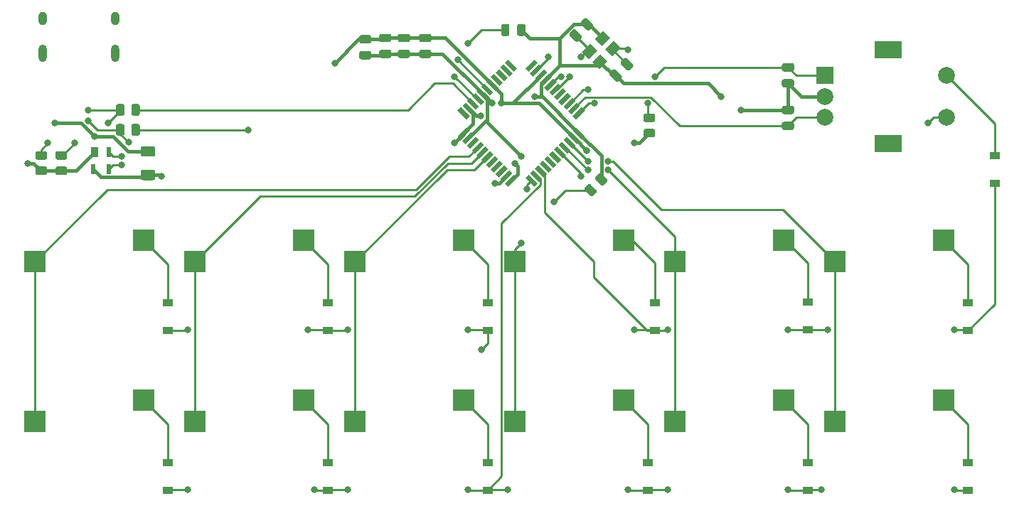
<source format=gbr>
%TF.GenerationSoftware,KiCad,Pcbnew,(5.1.9)-1*%
%TF.CreationDate,2021-03-22T08:17:26-07:00*%
%TF.ProjectId,millipad,6d696c6c-6970-4616-942e-6b696361645f,rev?*%
%TF.SameCoordinates,Original*%
%TF.FileFunction,Copper,L2,Bot*%
%TF.FilePolarity,Positive*%
%FSLAX46Y46*%
G04 Gerber Fmt 4.6, Leading zero omitted, Abs format (unit mm)*
G04 Created by KiCad (PCBNEW (5.1.9)-1) date 2021-03-22 08:17:26*
%MOMM*%
%LPD*%
G01*
G04 APERTURE LIST*
%TA.AperFunction,SMDPad,CuDef*%
%ADD10C,0.100000*%
%TD*%
%TA.AperFunction,ComponentPad*%
%ADD11O,1.000000X2.100000*%
%TD*%
%TA.AperFunction,ComponentPad*%
%ADD12O,1.000000X1.600000*%
%TD*%
%TA.AperFunction,SMDPad,CuDef*%
%ADD13R,0.482600X1.168400*%
%TD*%
%TA.AperFunction,SMDPad,CuDef*%
%ADD14R,0.889000X1.168400*%
%TD*%
%TA.AperFunction,ComponentPad*%
%ADD15C,2.000000*%
%TD*%
%TA.AperFunction,ComponentPad*%
%ADD16R,3.200000X2.000000*%
%TD*%
%TA.AperFunction,ComponentPad*%
%ADD17R,2.000000X2.000000*%
%TD*%
%TA.AperFunction,SMDPad,CuDef*%
%ADD18R,2.550000X2.500000*%
%TD*%
%TA.AperFunction,SMDPad,CuDef*%
%ADD19R,1.200000X0.900000*%
%TD*%
%TA.AperFunction,ViaPad*%
%ADD20C,0.800000*%
%TD*%
%TA.AperFunction,Conductor*%
%ADD21C,0.381000*%
%TD*%
%TA.AperFunction,Conductor*%
%ADD22C,0.254000*%
%TD*%
G04 APERTURE END LIST*
%TO.P,C1,2*%
%TO.N,GND*%
%TA.AperFunction,SMDPad,CuDef*%
G36*
G01*
X120651250Y-45376250D02*
X121601250Y-45376250D01*
G75*
G02*
X121851250Y-45626250I0J-250000D01*
G01*
X121851250Y-46126250D01*
G75*
G02*
X121601250Y-46376250I-250000J0D01*
G01*
X120651250Y-46376250D01*
G75*
G02*
X120401250Y-46126250I0J250000D01*
G01*
X120401250Y-45626250D01*
G75*
G02*
X120651250Y-45376250I250000J0D01*
G01*
G37*
%TD.AperFunction*%
%TO.P,C1,1*%
%TO.N,+5V*%
%TA.AperFunction,SMDPad,CuDef*%
G36*
G01*
X120651250Y-43476250D02*
X121601250Y-43476250D01*
G75*
G02*
X121851250Y-43726250I0J-250000D01*
G01*
X121851250Y-44226250D01*
G75*
G02*
X121601250Y-44476250I-250000J0D01*
G01*
X120651250Y-44476250D01*
G75*
G02*
X120401250Y-44226250I0J250000D01*
G01*
X120401250Y-43726250D01*
G75*
G02*
X120651250Y-43476250I250000J0D01*
G01*
G37*
%TD.AperFunction*%
%TD*%
%TA.AperFunction,SMDPad,CuDef*%
D10*
%TO.P,Y1,4*%
%TO.N,GND*%
G36*
X149472488Y-42945653D02*
G01*
X150321016Y-43794181D01*
X149331066Y-44784131D01*
X148482538Y-43935603D01*
X149472488Y-42945653D01*
G37*
%TD.AperFunction*%
%TA.AperFunction,SMDPad,CuDef*%
%TO.P,Y1,3*%
%TO.N,Net-(C5-Pad1)*%
G36*
X147916853Y-44501288D02*
G01*
X148765381Y-45349816D01*
X147775431Y-46339766D01*
X146926903Y-45491238D01*
X147916853Y-44501288D01*
G37*
%TD.AperFunction*%
%TA.AperFunction,SMDPad,CuDef*%
%TO.P,Y1,2*%
%TO.N,GND*%
G36*
X149118934Y-45703369D02*
G01*
X149967462Y-46551897D01*
X148977512Y-47541847D01*
X148128984Y-46693319D01*
X149118934Y-45703369D01*
G37*
%TD.AperFunction*%
%TA.AperFunction,SMDPad,CuDef*%
%TO.P,Y1,1*%
%TO.N,Net-(C4-Pad1)*%
G36*
X150674569Y-44147734D02*
G01*
X151523097Y-44996262D01*
X150533147Y-45986212D01*
X149684619Y-45137684D01*
X150674569Y-44147734D01*
G37*
%TD.AperFunction*%
%TD*%
D11*
%TO.P,USB1,13*%
%TO.N,GND*%
X91315000Y-45673750D03*
X82675000Y-45673750D03*
D12*
X91315000Y-41493750D03*
X82675000Y-41493750D03*
%TD*%
D13*
%TO.P,U2,4*%
%TO.N,+5V*%
X88696799Y-59436000D03*
%TO.P,U2,3*%
%TO.N,D-*%
X90596801Y-59436000D03*
%TO.P,U2,2*%
%TO.N,D+*%
X90596800Y-57404000D03*
D14*
%TO.P,U2,1*%
%TO.N,GND*%
X88900000Y-57404000D03*
%TD*%
%TA.AperFunction,SMDPad,CuDef*%
D10*
%TO.P,U1,44*%
%TO.N,+5V*%
G36*
X133176940Y-54452298D02*
G01*
X133565848Y-54841206D01*
X132505188Y-55901866D01*
X132116280Y-55512958D01*
X133176940Y-54452298D01*
G37*
%TD.AperFunction*%
%TA.AperFunction,SMDPad,CuDef*%
%TO.P,U1,43*%
%TO.N,GND*%
G36*
X133742626Y-55017983D02*
G01*
X134131534Y-55406891D01*
X133070874Y-56467551D01*
X132681966Y-56078643D01*
X133742626Y-55017983D01*
G37*
%TD.AperFunction*%
%TA.AperFunction,SMDPad,CuDef*%
%TO.P,U1,42*%
%TO.N,Net-(U1-Pad42)*%
G36*
X134308311Y-55583668D02*
G01*
X134697219Y-55972576D01*
X133636559Y-57033236D01*
X133247651Y-56644328D01*
X134308311Y-55583668D01*
G37*
%TD.AperFunction*%
%TA.AperFunction,SMDPad,CuDef*%
%TO.P,U1,41*%
%TO.N,COL0*%
G36*
X134873996Y-56149354D02*
G01*
X135262904Y-56538262D01*
X134202244Y-57598922D01*
X133813336Y-57210014D01*
X134873996Y-56149354D01*
G37*
%TD.AperFunction*%
%TA.AperFunction,SMDPad,CuDef*%
%TO.P,U1,40*%
%TO.N,COL1*%
G36*
X135439682Y-56715039D02*
G01*
X135828590Y-57103947D01*
X134767930Y-58164607D01*
X134379022Y-57775699D01*
X135439682Y-56715039D01*
G37*
%TD.AperFunction*%
%TA.AperFunction,SMDPad,CuDef*%
%TO.P,U1,39*%
%TO.N,COL2*%
G36*
X136005367Y-57280725D02*
G01*
X136394275Y-57669633D01*
X135333615Y-58730293D01*
X134944707Y-58341385D01*
X136005367Y-57280725D01*
G37*
%TD.AperFunction*%
%TA.AperFunction,SMDPad,CuDef*%
%TO.P,U1,38*%
%TO.N,Net-(U1-Pad38)*%
G36*
X136571053Y-57846410D02*
G01*
X136959961Y-58235318D01*
X135899301Y-59295978D01*
X135510393Y-58907070D01*
X136571053Y-57846410D01*
G37*
%TD.AperFunction*%
%TA.AperFunction,SMDPad,CuDef*%
%TO.P,U1,37*%
%TO.N,Net-(U1-Pad37)*%
G36*
X137136738Y-58412096D02*
G01*
X137525646Y-58801004D01*
X136464986Y-59861664D01*
X136076078Y-59472756D01*
X137136738Y-58412096D01*
G37*
%TD.AperFunction*%
%TA.AperFunction,SMDPad,CuDef*%
%TO.P,U1,36*%
%TO.N,Net-(U1-Pad36)*%
G36*
X137702424Y-58977781D02*
G01*
X138091332Y-59366689D01*
X137030672Y-60427349D01*
X136641764Y-60038441D01*
X137702424Y-58977781D01*
G37*
%TD.AperFunction*%
%TA.AperFunction,SMDPad,CuDef*%
%TO.P,U1,35*%
%TO.N,GND*%
G36*
X138268109Y-59543466D02*
G01*
X138657017Y-59932374D01*
X137596357Y-60993034D01*
X137207449Y-60604126D01*
X138268109Y-59543466D01*
G37*
%TD.AperFunction*%
%TA.AperFunction,SMDPad,CuDef*%
%TO.P,U1,34*%
%TO.N,+5V*%
G36*
X138833794Y-60109152D02*
G01*
X139222702Y-60498060D01*
X138162042Y-61558720D01*
X137773134Y-61169812D01*
X138833794Y-60109152D01*
G37*
%TD.AperFunction*%
%TA.AperFunction,SMDPad,CuDef*%
%TO.P,U1,33*%
%TO.N,Net-(R4-Pad2)*%
G36*
X140177298Y-60498060D02*
G01*
X140566206Y-60109152D01*
X141626866Y-61169812D01*
X141237958Y-61558720D01*
X140177298Y-60498060D01*
G37*
%TD.AperFunction*%
%TA.AperFunction,SMDPad,CuDef*%
%TO.P,U1,32*%
%TO.N,ROW1*%
G36*
X140742983Y-59932374D02*
G01*
X141131891Y-59543466D01*
X142192551Y-60604126D01*
X141803643Y-60993034D01*
X140742983Y-59932374D01*
G37*
%TD.AperFunction*%
%TA.AperFunction,SMDPad,CuDef*%
%TO.P,U1,31*%
%TO.N,ROW0*%
G36*
X141308668Y-59366689D02*
G01*
X141697576Y-58977781D01*
X142758236Y-60038441D01*
X142369328Y-60427349D01*
X141308668Y-59366689D01*
G37*
%TD.AperFunction*%
%TA.AperFunction,SMDPad,CuDef*%
%TO.P,U1,30*%
%TO.N,Net-(U1-Pad30)*%
G36*
X141874354Y-58801004D02*
G01*
X142263262Y-58412096D01*
X143323922Y-59472756D01*
X142935014Y-59861664D01*
X141874354Y-58801004D01*
G37*
%TD.AperFunction*%
%TA.AperFunction,SMDPad,CuDef*%
%TO.P,U1,29*%
%TO.N,Net-(U1-Pad29)*%
G36*
X142440039Y-58235318D02*
G01*
X142828947Y-57846410D01*
X143889607Y-58907070D01*
X143500699Y-59295978D01*
X142440039Y-58235318D01*
G37*
%TD.AperFunction*%
%TA.AperFunction,SMDPad,CuDef*%
%TO.P,U1,28*%
%TO.N,Net-(U1-Pad28)*%
G36*
X143005725Y-57669633D02*
G01*
X143394633Y-57280725D01*
X144455293Y-58341385D01*
X144066385Y-58730293D01*
X143005725Y-57669633D01*
G37*
%TD.AperFunction*%
%TA.AperFunction,SMDPad,CuDef*%
%TO.P,U1,27*%
%TO.N,COL3*%
G36*
X143571410Y-57103947D02*
G01*
X143960318Y-56715039D01*
X145020978Y-57775699D01*
X144632070Y-58164607D01*
X143571410Y-57103947D01*
G37*
%TD.AperFunction*%
%TA.AperFunction,SMDPad,CuDef*%
%TO.P,U1,26*%
%TO.N,COL4*%
G36*
X144137096Y-56538262D02*
G01*
X144526004Y-56149354D01*
X145586664Y-57210014D01*
X145197756Y-57598922D01*
X144137096Y-56538262D01*
G37*
%TD.AperFunction*%
%TA.AperFunction,SMDPad,CuDef*%
%TO.P,U1,25*%
%TO.N,COL5*%
G36*
X144702781Y-55972576D02*
G01*
X145091689Y-55583668D01*
X146152349Y-56644328D01*
X145763441Y-57033236D01*
X144702781Y-55972576D01*
G37*
%TD.AperFunction*%
%TA.AperFunction,SMDPad,CuDef*%
%TO.P,U1,24*%
%TO.N,+5V*%
G36*
X145268466Y-55406891D02*
G01*
X145657374Y-55017983D01*
X146718034Y-56078643D01*
X146329126Y-56467551D01*
X145268466Y-55406891D01*
G37*
%TD.AperFunction*%
%TA.AperFunction,SMDPad,CuDef*%
%TO.P,U1,23*%
%TO.N,GND*%
G36*
X145834152Y-54841206D02*
G01*
X146223060Y-54452298D01*
X147283720Y-55512958D01*
X146894812Y-55901866D01*
X145834152Y-54841206D01*
G37*
%TD.AperFunction*%
%TA.AperFunction,SMDPad,CuDef*%
%TO.P,U1,22*%
%TO.N,COL6*%
G36*
X146894812Y-52048134D02*
G01*
X147283720Y-52437042D01*
X146223060Y-53497702D01*
X145834152Y-53108794D01*
X146894812Y-52048134D01*
G37*
%TD.AperFunction*%
%TA.AperFunction,SMDPad,CuDef*%
%TO.P,U1,21*%
%TO.N,ENC_B*%
G36*
X146329126Y-51482449D02*
G01*
X146718034Y-51871357D01*
X145657374Y-52932017D01*
X145268466Y-52543109D01*
X146329126Y-51482449D01*
G37*
%TD.AperFunction*%
%TA.AperFunction,SMDPad,CuDef*%
%TO.P,U1,20*%
%TO.N,ENC_A*%
G36*
X145763441Y-50916764D02*
G01*
X146152349Y-51305672D01*
X145091689Y-52366332D01*
X144702781Y-51977424D01*
X145763441Y-50916764D01*
G37*
%TD.AperFunction*%
%TA.AperFunction,SMDPad,CuDef*%
%TO.P,U1,19*%
%TO.N,Net-(U1-Pad19)*%
G36*
X145197756Y-50351078D02*
G01*
X145586664Y-50739986D01*
X144526004Y-51800646D01*
X144137096Y-51411738D01*
X145197756Y-50351078D01*
G37*
%TD.AperFunction*%
%TA.AperFunction,SMDPad,CuDef*%
%TO.P,U1,18*%
%TO.N,Net-(U1-Pad18)*%
G36*
X144632070Y-49785393D02*
G01*
X145020978Y-50174301D01*
X143960318Y-51234961D01*
X143571410Y-50846053D01*
X144632070Y-49785393D01*
G37*
%TD.AperFunction*%
%TA.AperFunction,SMDPad,CuDef*%
%TO.P,U1,17*%
%TO.N,Net-(C4-Pad1)*%
G36*
X144066385Y-49219707D02*
G01*
X144455293Y-49608615D01*
X143394633Y-50669275D01*
X143005725Y-50280367D01*
X144066385Y-49219707D01*
G37*
%TD.AperFunction*%
%TA.AperFunction,SMDPad,CuDef*%
%TO.P,U1,16*%
%TO.N,Net-(C5-Pad1)*%
G36*
X143500699Y-48654022D02*
G01*
X143889607Y-49042930D01*
X142828947Y-50103590D01*
X142440039Y-49714682D01*
X143500699Y-48654022D01*
G37*
%TD.AperFunction*%
%TA.AperFunction,SMDPad,CuDef*%
%TO.P,U1,15*%
%TO.N,GND*%
G36*
X142935014Y-48088336D02*
G01*
X143323922Y-48477244D01*
X142263262Y-49537904D01*
X141874354Y-49148996D01*
X142935014Y-48088336D01*
G37*
%TD.AperFunction*%
%TA.AperFunction,SMDPad,CuDef*%
%TO.P,U1,14*%
%TO.N,+5V*%
G36*
X142369328Y-47522651D02*
G01*
X142758236Y-47911559D01*
X141697576Y-48972219D01*
X141308668Y-48583311D01*
X142369328Y-47522651D01*
G37*
%TD.AperFunction*%
%TA.AperFunction,SMDPad,CuDef*%
%TO.P,U1,13*%
%TO.N,Net-(R3-Pad2)*%
G36*
X141803643Y-46956966D02*
G01*
X142192551Y-47345874D01*
X141131891Y-48406534D01*
X140742983Y-48017626D01*
X141803643Y-46956966D01*
G37*
%TD.AperFunction*%
%TA.AperFunction,SMDPad,CuDef*%
%TO.P,U1,12*%
%TO.N,Net-(U1-Pad12)*%
G36*
X141237958Y-46391280D02*
G01*
X141626866Y-46780188D01*
X140566206Y-47840848D01*
X140177298Y-47451940D01*
X141237958Y-46391280D01*
G37*
%TD.AperFunction*%
%TA.AperFunction,SMDPad,CuDef*%
%TO.P,U1,11*%
%TO.N,Net-(U1-Pad11)*%
G36*
X137773134Y-46780188D02*
G01*
X138162042Y-46391280D01*
X139222702Y-47451940D01*
X138833794Y-47840848D01*
X137773134Y-46780188D01*
G37*
%TD.AperFunction*%
%TA.AperFunction,SMDPad,CuDef*%
%TO.P,U1,10*%
%TO.N,Net-(U1-Pad10)*%
G36*
X137207449Y-47345874D02*
G01*
X137596357Y-46956966D01*
X138657017Y-48017626D01*
X138268109Y-48406534D01*
X137207449Y-47345874D01*
G37*
%TD.AperFunction*%
%TA.AperFunction,SMDPad,CuDef*%
%TO.P,U1,9*%
%TO.N,Net-(U1-Pad9)*%
G36*
X136641764Y-47911559D02*
G01*
X137030672Y-47522651D01*
X138091332Y-48583311D01*
X137702424Y-48972219D01*
X136641764Y-47911559D01*
G37*
%TD.AperFunction*%
%TA.AperFunction,SMDPad,CuDef*%
%TO.P,U1,8*%
%TO.N,Net-(U1-Pad8)*%
G36*
X136076078Y-48477244D02*
G01*
X136464986Y-48088336D01*
X137525646Y-49148996D01*
X137136738Y-49537904D01*
X136076078Y-48477244D01*
G37*
%TD.AperFunction*%
%TA.AperFunction,SMDPad,CuDef*%
%TO.P,U1,7*%
%TO.N,+5V*%
G36*
X135510393Y-49042930D02*
G01*
X135899301Y-48654022D01*
X136959961Y-49714682D01*
X136571053Y-50103590D01*
X135510393Y-49042930D01*
G37*
%TD.AperFunction*%
%TA.AperFunction,SMDPad,CuDef*%
%TO.P,U1,6*%
%TO.N,Net-(C7-Pad1)*%
G36*
X134944707Y-49608615D02*
G01*
X135333615Y-49219707D01*
X136394275Y-50280367D01*
X136005367Y-50669275D01*
X134944707Y-49608615D01*
G37*
%TD.AperFunction*%
%TA.AperFunction,SMDPad,CuDef*%
%TO.P,U1,5*%
%TO.N,GND*%
G36*
X134379022Y-50174301D02*
G01*
X134767930Y-49785393D01*
X135828590Y-50846053D01*
X135439682Y-51234961D01*
X134379022Y-50174301D01*
G37*
%TD.AperFunction*%
%TA.AperFunction,SMDPad,CuDef*%
%TO.P,U1,4*%
%TO.N,Net-(R2-Pad1)*%
G36*
X133813336Y-50739986D02*
G01*
X134202244Y-50351078D01*
X135262904Y-51411738D01*
X134873996Y-51800646D01*
X133813336Y-50739986D01*
G37*
%TD.AperFunction*%
%TA.AperFunction,SMDPad,CuDef*%
%TO.P,U1,3*%
%TO.N,Net-(R1-Pad1)*%
G36*
X133247651Y-51305672D02*
G01*
X133636559Y-50916764D01*
X134697219Y-51977424D01*
X134308311Y-52366332D01*
X133247651Y-51305672D01*
G37*
%TD.AperFunction*%
%TA.AperFunction,SMDPad,CuDef*%
%TO.P,U1,2*%
%TO.N,+5V*%
G36*
X132681966Y-51871357D02*
G01*
X133070874Y-51482449D01*
X134131534Y-52543109D01*
X133742626Y-52932017D01*
X132681966Y-51871357D01*
G37*
%TD.AperFunction*%
%TA.AperFunction,SMDPad,CuDef*%
%TO.P,U1,1*%
%TO.N,Net-(U1-Pad1)*%
G36*
X132116280Y-52437042D02*
G01*
X132505188Y-52048134D01*
X133565848Y-53108794D01*
X133176940Y-53497702D01*
X132116280Y-52437042D01*
G37*
%TD.AperFunction*%
%TD*%
D15*
%TO.P,SW2,S1*%
%TO.N,COL6*%
X190356250Y-53300000D03*
%TO.P,SW2,S2*%
%TO.N,Net-(D13-Pad2)*%
X190356250Y-48300000D03*
D16*
%TO.P,SW2,MP*%
%TO.N,N/C*%
X183356250Y-56400000D03*
X183356250Y-45200000D03*
D15*
%TO.P,SW2,B*%
%TO.N,ENC_B*%
X175856250Y-53300000D03*
%TO.P,SW2,C*%
%TO.N,GND*%
X175856250Y-50800000D03*
D17*
%TO.P,SW2,A*%
%TO.N,ENC_A*%
X175856250Y-48300000D03*
%TD*%
%TO.P,R6,2*%
%TO.N,GND*%
%TA.AperFunction,SMDPad,CuDef*%
G36*
G01*
X84481249Y-59137500D02*
X85381251Y-59137500D01*
G75*
G02*
X85631250Y-59387499I0J-249999D01*
G01*
X85631250Y-59912501D01*
G75*
G02*
X85381251Y-60162500I-249999J0D01*
G01*
X84481249Y-60162500D01*
G75*
G02*
X84231250Y-59912501I0J249999D01*
G01*
X84231250Y-59387499D01*
G75*
G02*
X84481249Y-59137500I249999J0D01*
G01*
G37*
%TD.AperFunction*%
%TO.P,R6,1*%
%TO.N,Net-(R6-Pad1)*%
%TA.AperFunction,SMDPad,CuDef*%
G36*
G01*
X84481249Y-57312500D02*
X85381251Y-57312500D01*
G75*
G02*
X85631250Y-57562499I0J-249999D01*
G01*
X85631250Y-58087501D01*
G75*
G02*
X85381251Y-58337500I-249999J0D01*
G01*
X84481249Y-58337500D01*
G75*
G02*
X84231250Y-58087501I0J249999D01*
G01*
X84231250Y-57562499D01*
G75*
G02*
X84481249Y-57312500I249999J0D01*
G01*
G37*
%TD.AperFunction*%
%TD*%
%TO.P,R5,2*%
%TO.N,GND*%
%TA.AperFunction,SMDPad,CuDef*%
G36*
G01*
X82099999Y-59137500D02*
X83000001Y-59137500D01*
G75*
G02*
X83250000Y-59387499I0J-249999D01*
G01*
X83250000Y-59912501D01*
G75*
G02*
X83000001Y-60162500I-249999J0D01*
G01*
X82099999Y-60162500D01*
G75*
G02*
X81850000Y-59912501I0J249999D01*
G01*
X81850000Y-59387499D01*
G75*
G02*
X82099999Y-59137500I249999J0D01*
G01*
G37*
%TD.AperFunction*%
%TO.P,R5,1*%
%TO.N,Net-(R5-Pad1)*%
%TA.AperFunction,SMDPad,CuDef*%
G36*
G01*
X82099999Y-57312500D02*
X83000001Y-57312500D01*
G75*
G02*
X83250000Y-57562499I0J-249999D01*
G01*
X83250000Y-58087501D01*
G75*
G02*
X83000001Y-58337500I-249999J0D01*
G01*
X82099999Y-58337500D01*
G75*
G02*
X81850000Y-58087501I0J249999D01*
G01*
X81850000Y-57562499D01*
G75*
G02*
X82099999Y-57312500I249999J0D01*
G01*
G37*
%TD.AperFunction*%
%TD*%
%TO.P,R4,2*%
%TO.N,Net-(R4-Pad2)*%
%TA.AperFunction,SMDPad,CuDef*%
G36*
G01*
X147988958Y-61282144D02*
X148625356Y-61918542D01*
G75*
G02*
X148625356Y-62272094I-176776J-176776D01*
G01*
X148254124Y-62643326D01*
G75*
G02*
X147900572Y-62643326I-176776J176776D01*
G01*
X147264174Y-62006928D01*
G75*
G02*
X147264174Y-61653376I176776J176776D01*
G01*
X147635406Y-61282144D01*
G75*
G02*
X147988958Y-61282144I176776J-176776D01*
G01*
G37*
%TD.AperFunction*%
%TO.P,R4,1*%
%TO.N,GND*%
%TA.AperFunction,SMDPad,CuDef*%
G36*
G01*
X149279428Y-59991674D02*
X149915826Y-60628072D01*
G75*
G02*
X149915826Y-60981624I-176776J-176776D01*
G01*
X149544594Y-61352856D01*
G75*
G02*
X149191042Y-61352856I-176776J176776D01*
G01*
X148554644Y-60716458D01*
G75*
G02*
X148554644Y-60362906I176776J176776D01*
G01*
X148925876Y-59991674D01*
G75*
G02*
X149279428Y-59991674I176776J-176776D01*
G01*
G37*
%TD.AperFunction*%
%TD*%
%TO.P,R3,2*%
%TO.N,Net-(R3-Pad2)*%
%TA.AperFunction,SMDPad,CuDef*%
G36*
G01*
X155390001Y-53852500D02*
X154489999Y-53852500D01*
G75*
G02*
X154240000Y-53602501I0J249999D01*
G01*
X154240000Y-53077499D01*
G75*
G02*
X154489999Y-52827500I249999J0D01*
G01*
X155390001Y-52827500D01*
G75*
G02*
X155640000Y-53077499I0J-249999D01*
G01*
X155640000Y-53602501D01*
G75*
G02*
X155390001Y-53852500I-249999J0D01*
G01*
G37*
%TD.AperFunction*%
%TO.P,R3,1*%
%TO.N,+5V*%
%TA.AperFunction,SMDPad,CuDef*%
G36*
G01*
X155390001Y-55677500D02*
X154489999Y-55677500D01*
G75*
G02*
X154240000Y-55427501I0J249999D01*
G01*
X154240000Y-54902499D01*
G75*
G02*
X154489999Y-54652500I249999J0D01*
G01*
X155390001Y-54652500D01*
G75*
G02*
X155640000Y-54902499I0J-249999D01*
G01*
X155640000Y-55427501D01*
G75*
G02*
X155390001Y-55677500I-249999J0D01*
G01*
G37*
%TD.AperFunction*%
%TD*%
%TO.P,R2,2*%
%TO.N,D+*%
%TA.AperFunction,SMDPad,CuDef*%
G36*
G01*
X92468750Y-54318749D02*
X92468750Y-55218751D01*
G75*
G02*
X92218751Y-55468750I-249999J0D01*
G01*
X91693749Y-55468750D01*
G75*
G02*
X91443750Y-55218751I0J249999D01*
G01*
X91443750Y-54318749D01*
G75*
G02*
X91693749Y-54068750I249999J0D01*
G01*
X92218751Y-54068750D01*
G75*
G02*
X92468750Y-54318749I0J-249999D01*
G01*
G37*
%TD.AperFunction*%
%TO.P,R2,1*%
%TO.N,Net-(R2-Pad1)*%
%TA.AperFunction,SMDPad,CuDef*%
G36*
G01*
X94293750Y-54318749D02*
X94293750Y-55218751D01*
G75*
G02*
X94043751Y-55468750I-249999J0D01*
G01*
X93518749Y-55468750D01*
G75*
G02*
X93268750Y-55218751I0J249999D01*
G01*
X93268750Y-54318749D01*
G75*
G02*
X93518749Y-54068750I249999J0D01*
G01*
X94043751Y-54068750D01*
G75*
G02*
X94293750Y-54318749I0J-249999D01*
G01*
G37*
%TD.AperFunction*%
%TD*%
%TO.P,R1,2*%
%TO.N,D-*%
%TA.AperFunction,SMDPad,CuDef*%
G36*
G01*
X92468750Y-51937499D02*
X92468750Y-52837501D01*
G75*
G02*
X92218751Y-53087500I-249999J0D01*
G01*
X91693749Y-53087500D01*
G75*
G02*
X91443750Y-52837501I0J249999D01*
G01*
X91443750Y-51937499D01*
G75*
G02*
X91693749Y-51687500I249999J0D01*
G01*
X92218751Y-51687500D01*
G75*
G02*
X92468750Y-51937499I0J-249999D01*
G01*
G37*
%TD.AperFunction*%
%TO.P,R1,1*%
%TO.N,Net-(R1-Pad1)*%
%TA.AperFunction,SMDPad,CuDef*%
G36*
G01*
X94293750Y-51937499D02*
X94293750Y-52837501D01*
G75*
G02*
X94043751Y-53087500I-249999J0D01*
G01*
X93518749Y-53087500D01*
G75*
G02*
X93268750Y-52837501I0J249999D01*
G01*
X93268750Y-51937499D01*
G75*
G02*
X93518749Y-51687500I249999J0D01*
G01*
X94043751Y-51687500D01*
G75*
G02*
X94293750Y-51937499I0J-249999D01*
G01*
G37*
%TD.AperFunction*%
%TD*%
D18*
%TO.P,MX12,2*%
%TO.N,Net-(D12-Pad2)*%
X189992000Y-86995000D03*
%TO.P,MX12,1*%
%TO.N,COL5*%
X177065000Y-89535000D03*
%TD*%
%TO.P,MX11,2*%
%TO.N,Net-(D11-Pad2)*%
X189992000Y-67945000D03*
%TO.P,MX11,1*%
%TO.N,COL5*%
X177065000Y-70485000D03*
%TD*%
%TO.P,MX10,2*%
%TO.N,Net-(D10-Pad2)*%
X170942000Y-86995000D03*
%TO.P,MX10,1*%
%TO.N,COL4*%
X158015000Y-89535000D03*
%TD*%
%TO.P,MX9,2*%
%TO.N,Net-(D9-Pad2)*%
X170942000Y-67945000D03*
%TO.P,MX9,1*%
%TO.N,COL4*%
X158015000Y-70485000D03*
%TD*%
%TO.P,MX8,2*%
%TO.N,Net-(D8-Pad2)*%
X151892000Y-86995000D03*
%TO.P,MX8,1*%
%TO.N,COL3*%
X138965000Y-89535000D03*
%TD*%
%TO.P,MX7,2*%
%TO.N,Net-(D7-Pad2)*%
X151892000Y-67945000D03*
%TO.P,MX7,1*%
%TO.N,COL3*%
X138965000Y-70485000D03*
%TD*%
%TO.P,MX6,2*%
%TO.N,Net-(D6-Pad2)*%
X132842000Y-86995000D03*
%TO.P,MX6,1*%
%TO.N,COL2*%
X119915000Y-89535000D03*
%TD*%
%TO.P,MX5,2*%
%TO.N,Net-(D5-Pad2)*%
X132842000Y-67945000D03*
%TO.P,MX5,1*%
%TO.N,COL2*%
X119915000Y-70485000D03*
%TD*%
%TO.P,MX4,2*%
%TO.N,Net-(D4-Pad2)*%
X113792000Y-86995000D03*
%TO.P,MX4,1*%
%TO.N,COL1*%
X100865000Y-89535000D03*
%TD*%
%TO.P,MX3,2*%
%TO.N,Net-(D3-Pad2)*%
X113792000Y-67945000D03*
%TO.P,MX3,1*%
%TO.N,COL1*%
X100865000Y-70485000D03*
%TD*%
%TO.P,MX2,2*%
%TO.N,Net-(D2-Pad2)*%
X94742000Y-86995000D03*
%TO.P,MX2,1*%
%TO.N,COL0*%
X81815000Y-89535000D03*
%TD*%
%TO.P,MX1,2*%
%TO.N,Net-(D1-Pad2)*%
X94742000Y-67945000D03*
%TO.P,MX1,1*%
%TO.N,COL0*%
X81815000Y-70485000D03*
%TD*%
%TO.P,F1,2*%
%TO.N,VCC*%
%TA.AperFunction,SMDPad,CuDef*%
G36*
G01*
X95875000Y-57962500D02*
X94625000Y-57962500D01*
G75*
G02*
X94375000Y-57712500I0J250000D01*
G01*
X94375000Y-56962500D01*
G75*
G02*
X94625000Y-56712500I250000J0D01*
G01*
X95875000Y-56712500D01*
G75*
G02*
X96125000Y-56962500I0J-250000D01*
G01*
X96125000Y-57712500D01*
G75*
G02*
X95875000Y-57962500I-250000J0D01*
G01*
G37*
%TD.AperFunction*%
%TO.P,F1,1*%
%TO.N,+5V*%
%TA.AperFunction,SMDPad,CuDef*%
G36*
G01*
X95875000Y-60762500D02*
X94625000Y-60762500D01*
G75*
G02*
X94375000Y-60512500I0J250000D01*
G01*
X94375000Y-59762500D01*
G75*
G02*
X94625000Y-59512500I250000J0D01*
G01*
X95875000Y-59512500D01*
G75*
G02*
X96125000Y-59762500I0J-250000D01*
G01*
X96125000Y-60512500D01*
G75*
G02*
X95875000Y-60762500I-250000J0D01*
G01*
G37*
%TD.AperFunction*%
%TD*%
D19*
%TO.P,D13,2*%
%TO.N,Net-(D13-Pad2)*%
X196056250Y-57881250D03*
%TO.P,D13,1*%
%TO.N,ROW0*%
X196056250Y-61181250D03*
%TD*%
%TO.P,D12,2*%
%TO.N,Net-(D12-Pad2)*%
X192881250Y-94393750D03*
%TO.P,D12,1*%
%TO.N,ROW1*%
X192881250Y-97693750D03*
%TD*%
%TO.P,D11,2*%
%TO.N,Net-(D11-Pad2)*%
X192881250Y-75406250D03*
%TO.P,D11,1*%
%TO.N,ROW0*%
X192881250Y-78706250D03*
%TD*%
%TO.P,D10,2*%
%TO.N,Net-(D10-Pad2)*%
X173831250Y-94393750D03*
%TO.P,D10,1*%
%TO.N,ROW1*%
X173831250Y-97693750D03*
%TD*%
%TO.P,D9,2*%
%TO.N,Net-(D9-Pad2)*%
X173831250Y-75281250D03*
%TO.P,D9,1*%
%TO.N,ROW0*%
X173831250Y-78581250D03*
%TD*%
%TO.P,D8,2*%
%TO.N,Net-(D8-Pad2)*%
X154781250Y-94393750D03*
%TO.P,D8,1*%
%TO.N,ROW1*%
X154781250Y-97693750D03*
%TD*%
%TO.P,D7,2*%
%TO.N,Net-(D7-Pad2)*%
X155575000Y-75343750D03*
%TO.P,D7,1*%
%TO.N,ROW0*%
X155575000Y-78643750D03*
%TD*%
%TO.P,D6,2*%
%TO.N,Net-(D6-Pad2)*%
X135731250Y-94393750D03*
%TO.P,D6,1*%
%TO.N,ROW1*%
X135731250Y-97693750D03*
%TD*%
%TO.P,D5,2*%
%TO.N,Net-(D5-Pad2)*%
X135731250Y-75343750D03*
%TO.P,D5,1*%
%TO.N,ROW0*%
X135731250Y-78643750D03*
%TD*%
%TO.P,D4,2*%
%TO.N,Net-(D4-Pad2)*%
X116681250Y-94393750D03*
%TO.P,D4,1*%
%TO.N,ROW1*%
X116681250Y-97693750D03*
%TD*%
%TO.P,D3,2*%
%TO.N,Net-(D3-Pad2)*%
X116681250Y-75343750D03*
%TO.P,D3,1*%
%TO.N,ROW0*%
X116681250Y-78643750D03*
%TD*%
%TO.P,D2,2*%
%TO.N,Net-(D2-Pad2)*%
X97631250Y-94393750D03*
%TO.P,D2,1*%
%TO.N,ROW1*%
X97631250Y-97693750D03*
%TD*%
%TO.P,D1,2*%
%TO.N,Net-(D1-Pad2)*%
X97631250Y-75343750D03*
%TO.P,D1,1*%
%TO.N,ROW0*%
X97631250Y-78643750D03*
%TD*%
%TO.P,C9,2*%
%TO.N,GND*%
%TA.AperFunction,SMDPad,CuDef*%
G36*
G01*
X171925000Y-52890000D02*
X170975000Y-52890000D01*
G75*
G02*
X170725000Y-52640000I0J250000D01*
G01*
X170725000Y-52140000D01*
G75*
G02*
X170975000Y-51890000I250000J0D01*
G01*
X171925000Y-51890000D01*
G75*
G02*
X172175000Y-52140000I0J-250000D01*
G01*
X172175000Y-52640000D01*
G75*
G02*
X171925000Y-52890000I-250000J0D01*
G01*
G37*
%TD.AperFunction*%
%TO.P,C9,1*%
%TO.N,ENC_B*%
%TA.AperFunction,SMDPad,CuDef*%
G36*
G01*
X171925000Y-54790000D02*
X170975000Y-54790000D01*
G75*
G02*
X170725000Y-54540000I0J250000D01*
G01*
X170725000Y-54040000D01*
G75*
G02*
X170975000Y-53790000I250000J0D01*
G01*
X171925000Y-53790000D01*
G75*
G02*
X172175000Y-54040000I0J-250000D01*
G01*
X172175000Y-54540000D01*
G75*
G02*
X171925000Y-54790000I-250000J0D01*
G01*
G37*
%TD.AperFunction*%
%TD*%
%TO.P,C8,2*%
%TO.N,ENC_A*%
%TA.AperFunction,SMDPad,CuDef*%
G36*
G01*
X171925000Y-47810000D02*
X170975000Y-47810000D01*
G75*
G02*
X170725000Y-47560000I0J250000D01*
G01*
X170725000Y-47060000D01*
G75*
G02*
X170975000Y-46810000I250000J0D01*
G01*
X171925000Y-46810000D01*
G75*
G02*
X172175000Y-47060000I0J-250000D01*
G01*
X172175000Y-47560000D01*
G75*
G02*
X171925000Y-47810000I-250000J0D01*
G01*
G37*
%TD.AperFunction*%
%TO.P,C8,1*%
%TO.N,GND*%
%TA.AperFunction,SMDPad,CuDef*%
G36*
G01*
X171925000Y-49710000D02*
X170975000Y-49710000D01*
G75*
G02*
X170725000Y-49460000I0J250000D01*
G01*
X170725000Y-48960000D01*
G75*
G02*
X170975000Y-48710000I250000J0D01*
G01*
X171925000Y-48710000D01*
G75*
G02*
X172175000Y-48960000I0J-250000D01*
G01*
X172175000Y-49460000D01*
G75*
G02*
X171925000Y-49710000I-250000J0D01*
G01*
G37*
%TD.AperFunction*%
%TD*%
%TO.P,C7,2*%
%TO.N,GND*%
%TA.AperFunction,SMDPad,CuDef*%
G36*
G01*
X139200000Y-43337500D02*
X139200000Y-42387500D01*
G75*
G02*
X139450000Y-42137500I250000J0D01*
G01*
X139950000Y-42137500D01*
G75*
G02*
X140200000Y-42387500I0J-250000D01*
G01*
X140200000Y-43337500D01*
G75*
G02*
X139950000Y-43587500I-250000J0D01*
G01*
X139450000Y-43587500D01*
G75*
G02*
X139200000Y-43337500I0J250000D01*
G01*
G37*
%TD.AperFunction*%
%TO.P,C7,1*%
%TO.N,Net-(C7-Pad1)*%
%TA.AperFunction,SMDPad,CuDef*%
G36*
G01*
X137300000Y-43337500D02*
X137300000Y-42387500D01*
G75*
G02*
X137550000Y-42137500I250000J0D01*
G01*
X138050000Y-42137500D01*
G75*
G02*
X138300000Y-42387500I0J-250000D01*
G01*
X138300000Y-43337500D01*
G75*
G02*
X138050000Y-43587500I-250000J0D01*
G01*
X137550000Y-43587500D01*
G75*
G02*
X137300000Y-43337500I0J250000D01*
G01*
G37*
%TD.AperFunction*%
%TD*%
%TO.P,C6,2*%
%TO.N,GND*%
%TA.AperFunction,SMDPad,CuDef*%
G36*
G01*
X127795000Y-45220000D02*
X128745000Y-45220000D01*
G75*
G02*
X128995000Y-45470000I0J-250000D01*
G01*
X128995000Y-45970000D01*
G75*
G02*
X128745000Y-46220000I-250000J0D01*
G01*
X127795000Y-46220000D01*
G75*
G02*
X127545000Y-45970000I0J250000D01*
G01*
X127545000Y-45470000D01*
G75*
G02*
X127795000Y-45220000I250000J0D01*
G01*
G37*
%TD.AperFunction*%
%TO.P,C6,1*%
%TO.N,+5V*%
%TA.AperFunction,SMDPad,CuDef*%
G36*
G01*
X127795000Y-43320000D02*
X128745000Y-43320000D01*
G75*
G02*
X128995000Y-43570000I0J-250000D01*
G01*
X128995000Y-44070000D01*
G75*
G02*
X128745000Y-44320000I-250000J0D01*
G01*
X127795000Y-44320000D01*
G75*
G02*
X127545000Y-44070000I0J250000D01*
G01*
X127545000Y-43570000D01*
G75*
G02*
X127795000Y-43320000I250000J0D01*
G01*
G37*
%TD.AperFunction*%
%TD*%
%TO.P,C5,2*%
%TO.N,GND*%
%TA.AperFunction,SMDPad,CuDef*%
G36*
G01*
X147497823Y-42880178D02*
X146826072Y-42208427D01*
G75*
G02*
X146826072Y-41854873I176777J176777D01*
G01*
X147179625Y-41501320D01*
G75*
G02*
X147533179Y-41501320I176777J-176777D01*
G01*
X148204930Y-42173071D01*
G75*
G02*
X148204930Y-42526625I-176777J-176777D01*
G01*
X147851377Y-42880178D01*
G75*
G02*
X147497823Y-42880178I-176777J176777D01*
G01*
G37*
%TD.AperFunction*%
%TO.P,C5,1*%
%TO.N,Net-(C5-Pad1)*%
%TA.AperFunction,SMDPad,CuDef*%
G36*
G01*
X146154321Y-44223680D02*
X145482570Y-43551929D01*
G75*
G02*
X145482570Y-43198375I176777J176777D01*
G01*
X145836123Y-42844822D01*
G75*
G02*
X146189677Y-42844822I176777J-176777D01*
G01*
X146861428Y-43516573D01*
G75*
G02*
X146861428Y-43870127I-176777J-176777D01*
G01*
X146507875Y-44223680D01*
G75*
G02*
X146154321Y-44223680I-176777J176777D01*
G01*
G37*
%TD.AperFunction*%
%TD*%
%TO.P,C4,2*%
%TO.N,GND*%
%TA.AperFunction,SMDPad,CuDef*%
G36*
G01*
X150952177Y-47607322D02*
X151623928Y-48279073D01*
G75*
G02*
X151623928Y-48632627I-176777J-176777D01*
G01*
X151270375Y-48986180D01*
G75*
G02*
X150916821Y-48986180I-176777J176777D01*
G01*
X150245070Y-48314429D01*
G75*
G02*
X150245070Y-47960875I176777J176777D01*
G01*
X150598623Y-47607322D01*
G75*
G02*
X150952177Y-47607322I176777J-176777D01*
G01*
G37*
%TD.AperFunction*%
%TO.P,C4,1*%
%TO.N,Net-(C4-Pad1)*%
%TA.AperFunction,SMDPad,CuDef*%
G36*
G01*
X152295679Y-46263820D02*
X152967430Y-46935571D01*
G75*
G02*
X152967430Y-47289125I-176777J-176777D01*
G01*
X152613877Y-47642678D01*
G75*
G02*
X152260323Y-47642678I-176777J176777D01*
G01*
X151588572Y-46970927D01*
G75*
G02*
X151588572Y-46617373I176777J176777D01*
G01*
X151942125Y-46263820D01*
G75*
G02*
X152295679Y-46263820I176777J-176777D01*
G01*
G37*
%TD.AperFunction*%
%TD*%
%TO.P,C3,2*%
%TO.N,GND*%
%TA.AperFunction,SMDPad,CuDef*%
G36*
G01*
X125255000Y-45220000D02*
X126205000Y-45220000D01*
G75*
G02*
X126455000Y-45470000I0J-250000D01*
G01*
X126455000Y-45970000D01*
G75*
G02*
X126205000Y-46220000I-250000J0D01*
G01*
X125255000Y-46220000D01*
G75*
G02*
X125005000Y-45970000I0J250000D01*
G01*
X125005000Y-45470000D01*
G75*
G02*
X125255000Y-45220000I250000J0D01*
G01*
G37*
%TD.AperFunction*%
%TO.P,C3,1*%
%TO.N,+5V*%
%TA.AperFunction,SMDPad,CuDef*%
G36*
G01*
X125255000Y-43320000D02*
X126205000Y-43320000D01*
G75*
G02*
X126455000Y-43570000I0J-250000D01*
G01*
X126455000Y-44070000D01*
G75*
G02*
X126205000Y-44320000I-250000J0D01*
G01*
X125255000Y-44320000D01*
G75*
G02*
X125005000Y-44070000I0J250000D01*
G01*
X125005000Y-43570000D01*
G75*
G02*
X125255000Y-43320000I250000J0D01*
G01*
G37*
%TD.AperFunction*%
%TD*%
%TO.P,C2,2*%
%TO.N,GND*%
%TA.AperFunction,SMDPad,CuDef*%
G36*
G01*
X123032500Y-45220000D02*
X123982500Y-45220000D01*
G75*
G02*
X124232500Y-45470000I0J-250000D01*
G01*
X124232500Y-45970000D01*
G75*
G02*
X123982500Y-46220000I-250000J0D01*
G01*
X123032500Y-46220000D01*
G75*
G02*
X122782500Y-45970000I0J250000D01*
G01*
X122782500Y-45470000D01*
G75*
G02*
X123032500Y-45220000I250000J0D01*
G01*
G37*
%TD.AperFunction*%
%TO.P,C2,1*%
%TO.N,+5V*%
%TA.AperFunction,SMDPad,CuDef*%
G36*
G01*
X123032500Y-43320000D02*
X123982500Y-43320000D01*
G75*
G02*
X124232500Y-43570000I0J-250000D01*
G01*
X124232500Y-44070000D01*
G75*
G02*
X123982500Y-44320000I-250000J0D01*
G01*
X123032500Y-44320000D01*
G75*
G02*
X122782500Y-44070000I0J250000D01*
G01*
X122782500Y-43570000D01*
G75*
G02*
X123032500Y-43320000I250000J0D01*
G01*
G37*
%TD.AperFunction*%
%TD*%
D20*
%TO.N,GND*%
X165893750Y-52387500D03*
X163512500Y-50800000D03*
X136259781Y-51534783D03*
X141287500Y-50800000D03*
X136525000Y-61118750D03*
X139700000Y-57943750D03*
X80962500Y-58737500D03*
%TO.N,+5V*%
X96837500Y-60325000D03*
X117475000Y-46831250D03*
X134862914Y-53137665D03*
X137318750Y-51593750D03*
X147525709Y-57261791D03*
X153193750Y-56356250D03*
X131762500Y-56356250D03*
X138906250Y-58737500D03*
%TO.N,Net-(C4-Pad1)*%
X152400000Y-45243750D03*
X145476569Y-48432816D03*
%TO.N,Net-(C5-Pad1)*%
X146843750Y-46037500D03*
X144462500Y-48418750D03*
%TO.N,Net-(C7-Pad1)*%
X133350000Y-44450000D03*
X132152659Y-46441093D03*
%TO.N,ENC_A*%
X155575000Y-48418750D03*
X147637500Y-50006250D03*
%TO.N,ROW0*%
X100012500Y-78581250D03*
X114300000Y-78581250D03*
X119062500Y-78581250D03*
X133350000Y-78581250D03*
X134937500Y-80962500D03*
X153193750Y-78581250D03*
X157162500Y-78581250D03*
X171450000Y-78581250D03*
X176212500Y-78581250D03*
X191293750Y-78581250D03*
%TO.N,ROW1*%
X191293750Y-97631250D03*
X175418750Y-97631250D03*
X171450000Y-97631250D03*
X157162500Y-97631250D03*
X152400000Y-97631250D03*
X138112500Y-97631250D03*
X133350000Y-97631250D03*
X119062500Y-97631250D03*
X115093750Y-97631250D03*
X100012500Y-97631250D03*
%TO.N,VCC*%
X84137500Y-53975000D03*
X88900000Y-55562500D03*
%TO.N,COL3*%
X139700000Y-68262500D03*
X146843750Y-60325000D03*
%TO.N,COL4*%
X150025735Y-59531250D03*
X147637500Y-59531250D03*
%TO.N,COL5*%
X147651566Y-58517181D03*
X150025735Y-58531247D03*
%TO.N,D-*%
X88106250Y-52387500D03*
X90487500Y-53975000D03*
X92075000Y-58943753D03*
%TO.N,D+*%
X88151151Y-53695715D03*
X92956058Y-56268942D03*
X92075000Y-57943750D03*
%TO.N,Net-(R2-Pad1)*%
X107156250Y-54768750D03*
X131762500Y-48418750D03*
%TO.N,Net-(R3-Pad2)*%
X154781250Y-51593750D03*
X142875000Y-46037500D03*
%TO.N,Net-(R4-Pad2)*%
X143551558Y-63382808D03*
X140406129Y-61824879D03*
%TO.N,Net-(R5-Pad1)*%
X83343750Y-56356250D03*
%TO.N,Net-(R6-Pad1)*%
X86518750Y-56356250D03*
%TO.N,COL6*%
X188118750Y-53975000D03*
X148431250Y-51593750D03*
%TD*%
D21*
%TO.N,GND*%
X82550000Y-59650000D02*
X84931250Y-59650000D01*
X86654000Y-59650000D02*
X88900000Y-57404000D01*
X84931250Y-59650000D02*
X86654000Y-59650000D01*
X123351250Y-45876250D02*
X123507500Y-45720000D01*
X121126250Y-45876250D02*
X123351250Y-45876250D01*
X123507500Y-45720000D02*
X125730000Y-45720000D01*
X125730000Y-45720000D02*
X128270000Y-45720000D01*
X130313629Y-45720000D02*
X135103806Y-50510177D01*
X128270000Y-45720000D02*
X130313629Y-45720000D01*
X147727634Y-42190749D02*
X149401777Y-43864892D01*
X147515501Y-42190749D02*
X147727634Y-42190749D01*
X150722366Y-48296751D02*
X149048223Y-46622608D01*
X150934499Y-48296751D02*
X150722366Y-48296751D01*
X144294675Y-47117583D02*
X142599138Y-48813120D01*
X148553248Y-47117583D02*
X144294675Y-47117583D01*
X149048223Y-46622608D02*
X148553248Y-47117583D01*
X144294675Y-43834005D02*
X144294675Y-47117583D01*
X145937931Y-42190749D02*
X144294675Y-43834005D01*
X147515501Y-42190749D02*
X145937931Y-42190749D01*
X165896250Y-52390000D02*
X165893750Y-52387500D01*
X171450000Y-52390000D02*
X165896250Y-52390000D01*
X163512500Y-50800000D02*
X161925000Y-49212500D01*
X151850248Y-49212500D02*
X150934499Y-48296751D01*
X161925000Y-49212500D02*
X151850248Y-49212500D01*
X135653414Y-53496103D02*
X133406750Y-55742767D01*
X135653414Y-51059785D02*
X135653414Y-53496103D01*
X135103806Y-50510177D02*
X135653414Y-51059785D01*
X142049529Y-49362729D02*
X142599138Y-48813120D01*
X142049529Y-50667675D02*
X142049529Y-49362729D01*
X146558936Y-55177082D02*
X142049529Y-50667675D01*
X135235175Y-50510177D02*
X136259781Y-51534783D01*
X135103806Y-50510177D02*
X135235175Y-50510177D01*
X141287500Y-50800000D02*
X142081250Y-50800000D01*
X149235235Y-57853381D02*
X149235235Y-60672265D01*
X146558936Y-55177082D02*
X149235235Y-57853381D01*
X137081733Y-61118750D02*
X136525000Y-61118750D01*
X137932233Y-60268250D02*
X137081733Y-61118750D01*
X135653414Y-53897164D02*
X135653414Y-53496103D01*
X139700000Y-57943750D02*
X135653414Y-53897164D01*
X173040000Y-50800000D02*
X171450000Y-49210000D01*
X175856250Y-50800000D02*
X173040000Y-50800000D01*
X171450000Y-52390000D02*
X171450000Y-49210000D01*
X140671505Y-43834005D02*
X139700000Y-42862500D01*
X144294675Y-43834005D02*
X140671505Y-43834005D01*
X91315000Y-45673750D02*
X91315000Y-46003750D01*
X81637500Y-58737500D02*
X82550000Y-59650000D01*
X80962500Y-58737500D02*
X81637500Y-58737500D01*
%TO.N,+5V*%
X94976799Y-60410701D02*
X95250000Y-60137500D01*
X89671500Y-60410701D02*
X94976799Y-60410701D01*
X88696799Y-59436000D02*
X89671500Y-60410701D01*
X96650000Y-60137500D02*
X96837500Y-60325000D01*
X95250000Y-60137500D02*
X96650000Y-60137500D01*
X120330000Y-43976250D02*
X121126250Y-43976250D01*
X117475000Y-46831250D02*
X120330000Y-43976250D01*
X123351250Y-43976250D02*
X123507500Y-43820000D01*
X121126250Y-43976250D02*
X123351250Y-43976250D01*
X123507500Y-43820000D02*
X125730000Y-43820000D01*
X125730000Y-43820000D02*
X128270000Y-43820000D01*
X130676371Y-43820000D02*
X136235177Y-49378806D01*
X128270000Y-43820000D02*
X130676371Y-43820000D01*
X133956358Y-54061788D02*
X132841064Y-55177082D01*
X133956358Y-52756841D02*
X133956358Y-54061788D01*
X133406750Y-52207233D02*
X133956358Y-52756841D01*
X134337182Y-53137665D02*
X134862914Y-53137665D01*
X133406750Y-52207233D02*
X134337182Y-53137665D01*
X137318750Y-50462379D02*
X136235177Y-49378806D01*
X137318750Y-51593750D02*
X137318750Y-50462379D01*
X138687137Y-51593750D02*
X142033452Y-48247435D01*
X137318750Y-51593750D02*
X138687137Y-51593750D01*
X145993250Y-55742767D02*
X141844233Y-51593750D01*
X141844233Y-51593750D02*
X138687137Y-51593750D01*
X146006685Y-55742767D02*
X147525709Y-57261791D01*
X145993250Y-55742767D02*
X146006685Y-55742767D01*
X153748750Y-56356250D02*
X154940000Y-55165000D01*
X153193750Y-56356250D02*
X153748750Y-56356250D01*
X132841064Y-55277686D02*
X131762500Y-56356250D01*
X132841064Y-55177082D02*
X132841064Y-55277686D01*
X139306249Y-60025605D02*
X138497918Y-60833936D01*
X139306249Y-59137499D02*
X139306249Y-60025605D01*
X138906250Y-58737500D02*
X139306249Y-59137499D01*
D22*
%TO.N,Net-(C4-Pad1)*%
X150603858Y-45279106D02*
X150603858Y-45066973D01*
X152278001Y-46953249D02*
X150603858Y-45279106D01*
X152223223Y-45066973D02*
X152400000Y-45243750D01*
X150603858Y-45066973D02*
X152223223Y-45066973D01*
X143964894Y-49944491D02*
X143730509Y-49944491D01*
X145476569Y-48432816D02*
X143964894Y-49944491D01*
%TO.N,Net-(C5-Pad1)*%
X147846142Y-45208394D02*
X147846142Y-45420527D01*
X146171999Y-43534251D02*
X147846142Y-45208394D01*
X147460723Y-45420527D02*
X146843750Y-46037500D01*
X147846142Y-45420527D02*
X147460723Y-45420527D01*
X144124879Y-48418750D02*
X143164823Y-49378806D01*
X144462500Y-48418750D02*
X144124879Y-48418750D01*
%TO.N,Net-(C7-Pad1)*%
X135656057Y-49944491D02*
X135669491Y-49944491D01*
X132152659Y-46441093D02*
X135656057Y-49944491D01*
X134937500Y-42862500D02*
X133350000Y-44450000D01*
X137800000Y-42862500D02*
X134937500Y-42862500D01*
%TO.N,ENC_A*%
X172440000Y-48300000D02*
X171450000Y-47310000D01*
X175856250Y-48300000D02*
X172440000Y-48300000D01*
X156683750Y-47310000D02*
X155575000Y-48418750D01*
X171450000Y-47310000D02*
X156683750Y-47310000D01*
X147062863Y-50006250D02*
X145427565Y-51641548D01*
X147637500Y-50006250D02*
X147062863Y-50006250D01*
%TO.N,ENC_B*%
X172440000Y-53300000D02*
X171450000Y-54290000D01*
X175856250Y-53300000D02*
X172440000Y-53300000D01*
X147333734Y-50866749D02*
X145993250Y-52207233D01*
X155130211Y-50866749D02*
X147333734Y-50866749D01*
X158553462Y-54290000D02*
X155130211Y-50866749D01*
X171450000Y-54290000D02*
X158553462Y-54290000D01*
%TO.N,Net-(D1-Pad2)*%
X97631250Y-70834250D02*
X97631250Y-75343750D01*
X94742000Y-67945000D02*
X97631250Y-70834250D01*
%TO.N,ROW0*%
X142519561Y-60188674D02*
X142033452Y-59702565D01*
X142519561Y-64578523D02*
X142519561Y-60188674D01*
X148370901Y-70429863D02*
X142519561Y-64578523D01*
X148370901Y-72293651D02*
X148370901Y-70429863D01*
X154721000Y-78643750D02*
X148370901Y-72293651D01*
X155575000Y-78643750D02*
X154721000Y-78643750D01*
X99950000Y-78643750D02*
X100012500Y-78581250D01*
X97631250Y-78643750D02*
X99950000Y-78643750D01*
X116618750Y-78581250D02*
X116681250Y-78643750D01*
X114300000Y-78581250D02*
X116618750Y-78581250D01*
X119000000Y-78643750D02*
X119062500Y-78581250D01*
X116681250Y-78643750D02*
X119000000Y-78643750D01*
X135668750Y-78581250D02*
X135731250Y-78643750D01*
X133350000Y-78581250D02*
X135668750Y-78581250D01*
X135731250Y-80168750D02*
X134937500Y-80962500D01*
X135731250Y-78643750D02*
X135731250Y-80168750D01*
X155512500Y-78581250D02*
X155575000Y-78643750D01*
X153193750Y-78581250D02*
X155512500Y-78581250D01*
X157100000Y-78643750D02*
X157162500Y-78581250D01*
X155575000Y-78643750D02*
X157100000Y-78643750D01*
X171450000Y-78581250D02*
X173831250Y-78581250D01*
X173831250Y-78581250D02*
X176212500Y-78581250D01*
X192756250Y-78581250D02*
X192881250Y-78706250D01*
X191293750Y-78581250D02*
X192756250Y-78581250D01*
X196056250Y-75531250D02*
X196056250Y-61181250D01*
X192881250Y-78706250D02*
X196056250Y-75531250D01*
%TO.N,Net-(D2-Pad2)*%
X97631250Y-89884250D02*
X97631250Y-94393750D01*
X94742000Y-86995000D02*
X97631250Y-89884250D01*
%TO.N,ROW1*%
X141953876Y-60754359D02*
X141467767Y-60268250D01*
X141953876Y-61305266D02*
X141953876Y-60754359D01*
X137362999Y-65896143D02*
X141953876Y-61305266D01*
X137362999Y-96062001D02*
X137362999Y-65896143D01*
X135731250Y-97693750D02*
X137362999Y-96062001D01*
X191356250Y-97693750D02*
X191293750Y-97631250D01*
X192881250Y-97693750D02*
X191356250Y-97693750D01*
X173893750Y-97631250D02*
X173831250Y-97693750D01*
X175418750Y-97631250D02*
X173893750Y-97631250D01*
X171512500Y-97693750D02*
X171450000Y-97631250D01*
X173831250Y-97693750D02*
X171512500Y-97693750D01*
X154843750Y-97631250D02*
X154781250Y-97693750D01*
X157162500Y-97631250D02*
X154843750Y-97631250D01*
X152462500Y-97693750D02*
X152400000Y-97631250D01*
X154781250Y-97693750D02*
X152462500Y-97693750D01*
X135793750Y-97631250D02*
X135731250Y-97693750D01*
X138112500Y-97631250D02*
X135793750Y-97631250D01*
X133412500Y-97693750D02*
X133350000Y-97631250D01*
X135731250Y-97693750D02*
X133412500Y-97693750D01*
X116743750Y-97631250D02*
X116681250Y-97693750D01*
X119062500Y-97631250D02*
X116743750Y-97631250D01*
X115156250Y-97693750D02*
X115093750Y-97631250D01*
X116681250Y-97693750D02*
X115156250Y-97693750D01*
X97693750Y-97631250D02*
X97631250Y-97693750D01*
X100012500Y-97631250D02*
X97693750Y-97631250D01*
%TO.N,Net-(D3-Pad2)*%
X116681250Y-70834250D02*
X116681250Y-75343750D01*
X113792000Y-67945000D02*
X116681250Y-70834250D01*
%TO.N,Net-(D4-Pad2)*%
X116681250Y-89884250D02*
X116681250Y-94393750D01*
X113792000Y-86995000D02*
X116681250Y-89884250D01*
%TO.N,Net-(D5-Pad2)*%
X135731250Y-70834250D02*
X135731250Y-75343750D01*
X132842000Y-67945000D02*
X135731250Y-70834250D01*
%TO.N,Net-(D6-Pad2)*%
X135731250Y-89884250D02*
X135731250Y-94393750D01*
X132842000Y-86995000D02*
X135731250Y-89884250D01*
%TO.N,Net-(D7-Pad2)*%
X151892000Y-67945000D02*
X152876250Y-67945000D01*
X155575000Y-70643750D02*
X155575000Y-75343750D01*
X152876250Y-67945000D02*
X155575000Y-70643750D01*
%TO.N,Net-(D8-Pad2)*%
X154781250Y-89884250D02*
X154781250Y-94393750D01*
X151892000Y-86995000D02*
X154781250Y-89884250D01*
%TO.N,Net-(D9-Pad2)*%
X170942000Y-67945000D02*
X171132500Y-67945000D01*
X173831250Y-70643750D02*
X173831250Y-75281250D01*
X171132500Y-67945000D02*
X173831250Y-70643750D01*
%TO.N,Net-(D10-Pad2)*%
X173831250Y-89884250D02*
X173831250Y-94393750D01*
X170942000Y-86995000D02*
X173831250Y-89884250D01*
%TO.N,Net-(D11-Pad2)*%
X192881250Y-70834250D02*
X192881250Y-75406250D01*
X189992000Y-67945000D02*
X192881250Y-70834250D01*
%TO.N,Net-(D12-Pad2)*%
X192881250Y-89884250D02*
X192881250Y-94393750D01*
X189992000Y-86995000D02*
X192881250Y-89884250D01*
%TO.N,Net-(D13-Pad2)*%
X196056250Y-54000000D02*
X196056250Y-57881250D01*
X190356250Y-48300000D02*
X196056250Y-54000000D01*
D21*
%TO.N,VCC*%
X87312500Y-53975000D02*
X88900000Y-55562500D01*
X84137500Y-53975000D02*
X87312500Y-53975000D01*
X92906680Y-57337500D02*
X95250000Y-57337500D01*
X91131680Y-55562500D02*
X92906680Y-57337500D01*
X88900000Y-55562500D02*
X91131680Y-55562500D01*
D22*
%TO.N,COL0*%
X81815000Y-70485000D02*
X81815000Y-89535000D01*
X81815000Y-70485000D02*
X90387500Y-61912500D01*
X133468508Y-57943750D02*
X134538120Y-56874138D01*
X131120434Y-57943750D02*
X133468508Y-57943750D01*
X127151684Y-61912500D02*
X131120434Y-57943750D01*
X90387500Y-61912500D02*
X127151684Y-61912500D01*
%TO.N,COL1*%
X100865000Y-70485000D02*
X100865000Y-89535000D01*
X100865000Y-70485000D02*
X108643750Y-62706250D01*
X108643750Y-62706250D02*
X127000000Y-62706250D01*
X127000000Y-62706250D02*
X130968750Y-58737500D01*
X133806129Y-58737500D02*
X135103806Y-57439823D01*
X130968750Y-58737500D02*
X133806129Y-58737500D01*
%TO.N,COL2*%
X119915000Y-70485000D02*
X119915000Y-89535000D01*
X119915000Y-70485000D02*
X130868750Y-59531250D01*
X134143750Y-59531250D02*
X135669491Y-58005509D01*
X130868750Y-59531250D02*
X134143750Y-59531250D01*
%TO.N,COL3*%
X138965000Y-70485000D02*
X138965000Y-89535000D01*
X138965000Y-68997500D02*
X139700000Y-68262500D01*
X138965000Y-70485000D02*
X138965000Y-68997500D01*
X146843750Y-59987379D02*
X144296194Y-57439823D01*
X146843750Y-60325000D02*
X146843750Y-59987379D01*
%TO.N,COL4*%
X158015000Y-70485000D02*
X158015000Y-89535000D01*
X158015000Y-67520515D02*
X150025735Y-59531250D01*
X158015000Y-70485000D02*
X158015000Y-67520515D01*
X144980388Y-56874138D02*
X144861880Y-56874138D01*
X147637500Y-59531250D02*
X144980388Y-56874138D01*
%TO.N,COL5*%
X177065000Y-70485000D02*
X177065000Y-89535000D01*
X145442837Y-56308452D02*
X147651566Y-58517181D01*
X145427565Y-56308452D02*
X145442837Y-56308452D01*
X150591420Y-58531247D02*
X156353923Y-64293750D01*
X150025735Y-58531247D02*
X150591420Y-58531247D01*
X170873750Y-64293750D02*
X177065000Y-70485000D01*
X156353923Y-64293750D02*
X170873750Y-64293750D01*
%TO.N,D-*%
X88106250Y-52387500D02*
X91956250Y-52387500D01*
X91956250Y-52506250D02*
X90487500Y-53975000D01*
X91956250Y-52387500D02*
X91956250Y-52506250D01*
X91089048Y-58943753D02*
X90596801Y-59436000D01*
X92075000Y-58943753D02*
X91089048Y-58943753D01*
%TO.N,Net-(R1-Pad1)*%
X131543387Y-49212500D02*
X133972435Y-51641548D01*
X126206250Y-52387500D02*
X129381250Y-49212500D01*
X129381250Y-49212500D02*
X131543387Y-49212500D01*
X93781250Y-52387500D02*
X126206250Y-52387500D01*
%TO.N,D+*%
X89224186Y-54768750D02*
X91956250Y-54768750D01*
X88151151Y-53695715D02*
X89224186Y-54768750D01*
X91956250Y-55269134D02*
X92956058Y-56268942D01*
X91956250Y-54768750D02*
X91956250Y-55269134D01*
X91136550Y-57943750D02*
X90596800Y-57404000D01*
X92075000Y-57943750D02*
X91136550Y-57943750D01*
%TO.N,Net-(R2-Pad1)*%
X93781250Y-54768750D02*
X107156250Y-54768750D01*
X134419612Y-51075862D02*
X134538120Y-51075862D01*
X131762500Y-48418750D02*
X134419612Y-51075862D01*
%TO.N,Net-(R3-Pad2)*%
X154781250Y-53181250D02*
X154940000Y-53340000D01*
X154781250Y-51593750D02*
X154781250Y-53181250D01*
X142875000Y-46274517D02*
X141467767Y-47681750D01*
X142875000Y-46037500D02*
X142875000Y-46274517D01*
%TO.N,Net-(R4-Pad2)*%
X144971631Y-61962735D02*
X143551558Y-63382808D01*
X147944765Y-61962735D02*
X144971631Y-61962735D01*
X140406129Y-61329889D02*
X140902082Y-60833936D01*
X140406129Y-61824879D02*
X140406129Y-61329889D01*
%TO.N,Net-(R5-Pad1)*%
X82550000Y-57150000D02*
X83343750Y-56356250D01*
X82550000Y-57825000D02*
X82550000Y-57150000D01*
%TO.N,Net-(R6-Pad1)*%
X85050000Y-57825000D02*
X86518750Y-56356250D01*
X84931250Y-57825000D02*
X85050000Y-57825000D01*
%TO.N,COL6*%
X188793750Y-53300000D02*
X188118750Y-53975000D01*
X190356250Y-53300000D02*
X188793750Y-53300000D01*
X147738104Y-51593750D02*
X146558936Y-52772918D01*
X148431250Y-51593750D02*
X147738104Y-51593750D01*
%TD*%
M02*

</source>
